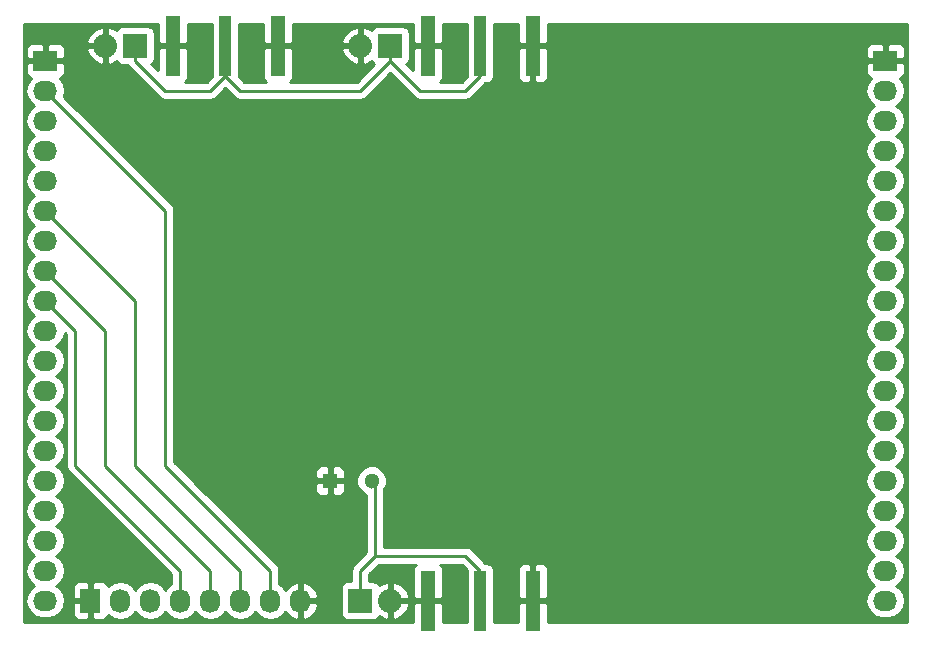
<source format=gbr>
G04 #@! TF.FileFunction,Copper,L1,Top,Signal*
%FSLAX46Y46*%
G04 Gerber Fmt 4.6, Leading zero omitted, Abs format (unit mm)*
G04 Created by KiCad (PCBNEW 4.0.3+e1-6302~38~ubuntu16.04.1-stable) date Fri Aug 26 17:26:24 2016*
%MOMM*%
%LPD*%
G01*
G04 APERTURE LIST*
%ADD10C,0.100000*%
%ADD11R,2.032000X2.032000*%
%ADD12O,2.032000X2.032000*%
%ADD13R,1.727200X2.032000*%
%ADD14O,1.727200X2.032000*%
%ADD15R,1.270000X5.080000*%
%ADD16R,1.016000X5.080000*%
%ADD17R,2.032000X1.727200*%
%ADD18O,2.032000X1.727200*%
%ADD19C,1.300000*%
%ADD20R,1.300000X1.300000*%
%ADD21C,0.250000*%
%ADD22C,0.254000*%
G04 APERTURE END LIST*
D10*
D11*
X87630000Y-134620000D03*
D12*
X90170000Y-134620000D03*
D13*
X64770000Y-134620000D03*
D14*
X67310000Y-134620000D03*
X69850000Y-134620000D03*
X72390000Y-134620000D03*
X74930000Y-134620000D03*
X77470000Y-134620000D03*
X80010000Y-134620000D03*
X82550000Y-134620000D03*
D15*
X93345000Y-134620000D03*
X102235000Y-134620000D03*
D16*
X97790000Y-134620000D03*
D11*
X68580000Y-87630000D03*
D12*
X66040000Y-87630000D03*
D11*
X90170000Y-87630000D03*
D12*
X87630000Y-87630000D03*
D15*
X102235000Y-87630000D03*
X93345000Y-87630000D03*
D16*
X97790000Y-87630000D03*
D15*
X80645000Y-87630000D03*
X71755000Y-87630000D03*
D16*
X76200000Y-87630000D03*
D17*
X132080000Y-88900000D03*
D18*
X132080000Y-91440000D03*
X132080000Y-93980000D03*
X132080000Y-96520000D03*
X132080000Y-99060000D03*
X132080000Y-101600000D03*
X132080000Y-104140000D03*
X132080000Y-106680000D03*
X132080000Y-109220000D03*
X132080000Y-111760000D03*
X132080000Y-114300000D03*
X132080000Y-116840000D03*
X132080000Y-119380000D03*
X132080000Y-121920000D03*
X132080000Y-124460000D03*
X132080000Y-127000000D03*
X132080000Y-129540000D03*
X132080000Y-132080000D03*
X132080000Y-134620000D03*
D17*
X60960000Y-88900000D03*
D18*
X60960000Y-91440000D03*
X60960000Y-93980000D03*
X60960000Y-96520000D03*
X60960000Y-99060000D03*
X60960000Y-101600000D03*
X60960000Y-104140000D03*
X60960000Y-106680000D03*
X60960000Y-109220000D03*
X60960000Y-111760000D03*
X60960000Y-114300000D03*
X60960000Y-116840000D03*
X60960000Y-119380000D03*
X60960000Y-121920000D03*
X60960000Y-124460000D03*
X60960000Y-127000000D03*
X60960000Y-129540000D03*
X60960000Y-132080000D03*
X60960000Y-134620000D03*
D19*
X88590000Y-124460000D03*
D20*
X85090000Y-124460000D03*
D21*
X60960000Y-91440000D02*
X71120000Y-101600000D01*
X71120000Y-101600000D02*
X71120000Y-123190000D01*
X71120000Y-123190000D02*
X80010000Y-132080000D01*
X80010000Y-132080000D02*
X80010000Y-134620000D01*
X60960000Y-101600000D02*
X68580000Y-109220000D01*
X68580000Y-109220000D02*
X68580000Y-123190000D01*
X68580000Y-123190000D02*
X77470000Y-132080000D01*
X77470000Y-132080000D02*
X77470000Y-134620000D01*
X60960000Y-106680000D02*
X64770000Y-110490000D01*
X64770000Y-110490000D02*
X66040000Y-111760000D01*
X66040000Y-111760000D02*
X66040000Y-123190000D01*
X66040000Y-123190000D02*
X74930000Y-132080000D01*
X74930000Y-132080000D02*
X74930000Y-134620000D01*
X72390000Y-132080000D02*
X72390000Y-134620000D01*
X63500000Y-123190000D02*
X72390000Y-132080000D01*
X63500000Y-111760000D02*
X63500000Y-123190000D01*
X60960000Y-109220000D02*
X63500000Y-111760000D01*
X96520000Y-91440000D02*
X97790000Y-90170000D01*
X92710000Y-91440000D02*
X96520000Y-91440000D01*
X76200000Y-90170000D02*
X77470000Y-91440000D01*
X77470000Y-91440000D02*
X87630000Y-91440000D01*
X71120000Y-91440000D02*
X74930000Y-91440000D01*
X74930000Y-91440000D02*
X76200000Y-90170000D01*
X90170000Y-87630000D02*
X90170000Y-88900000D01*
X90170000Y-88900000D02*
X92710000Y-91440000D01*
X97790000Y-90170000D02*
X97790000Y-87630000D01*
X76200000Y-87630000D02*
X76200000Y-90170000D01*
X87630000Y-91440000D02*
X90170000Y-88900000D01*
X68580000Y-87630000D02*
X68580000Y-88900000D01*
X68580000Y-88900000D02*
X71120000Y-91440000D01*
X88900000Y-130810000D02*
X88900000Y-124770000D01*
X88900000Y-124770000D02*
X88590000Y-124460000D01*
X87630000Y-134620000D02*
X87630000Y-132080000D01*
X96520000Y-130810000D02*
X97790000Y-132080000D01*
X88900000Y-130810000D02*
X96520000Y-130810000D01*
X87630000Y-132080000D02*
X88900000Y-130810000D01*
X97790000Y-132080000D02*
X97790000Y-134620000D01*
D22*
G36*
X70485000Y-87344250D02*
X70643750Y-87503000D01*
X71628000Y-87503000D01*
X71628000Y-87483000D01*
X71882000Y-87483000D01*
X71882000Y-87503000D01*
X72866250Y-87503000D01*
X73025000Y-87344250D01*
X73025000Y-85800000D01*
X75044560Y-85800000D01*
X75044560Y-90170000D01*
X75057330Y-90237868D01*
X74615198Y-90680000D01*
X72778025Y-90680000D01*
X72928327Y-90529699D01*
X73025000Y-90296310D01*
X73025000Y-87915750D01*
X72866250Y-87757000D01*
X71882000Y-87757000D01*
X71882000Y-87777000D01*
X71628000Y-87777000D01*
X71628000Y-87757000D01*
X70643750Y-87757000D01*
X70485000Y-87915750D01*
X70485000Y-89730198D01*
X69936366Y-89181564D01*
X70047441Y-89110090D01*
X70192431Y-88897890D01*
X70243440Y-88646000D01*
X70243440Y-86614000D01*
X70199162Y-86378683D01*
X70060090Y-86162559D01*
X69847890Y-86017569D01*
X69596000Y-85966560D01*
X67564000Y-85966560D01*
X67328683Y-86010838D01*
X67112559Y-86149910D01*
X67012144Y-86296872D01*
X67008379Y-86292812D01*
X66422946Y-86024017D01*
X66167000Y-86142633D01*
X66167000Y-87503000D01*
X66187000Y-87503000D01*
X66187000Y-87757000D01*
X66167000Y-87757000D01*
X66167000Y-89117367D01*
X66422946Y-89235983D01*
X67008379Y-88967188D01*
X67012934Y-88962276D01*
X67099910Y-89097441D01*
X67312110Y-89242431D01*
X67564000Y-89293440D01*
X67946408Y-89293440D01*
X68042599Y-89437401D01*
X70582599Y-91977401D01*
X70829160Y-92142148D01*
X70877414Y-92151746D01*
X71120000Y-92200000D01*
X74930000Y-92200000D01*
X75220839Y-92142148D01*
X75467401Y-91977401D01*
X76200000Y-91244802D01*
X76932599Y-91977401D01*
X77179160Y-92142148D01*
X77470000Y-92200000D01*
X87630000Y-92200000D01*
X87920839Y-92142148D01*
X88167401Y-91977401D01*
X90170000Y-89974802D01*
X92172599Y-91977401D01*
X92419160Y-92142148D01*
X92467414Y-92151746D01*
X92710000Y-92200000D01*
X96520000Y-92200000D01*
X96810839Y-92142148D01*
X97057401Y-91977401D01*
X97594802Y-91440000D01*
X130396655Y-91440000D01*
X130510729Y-92013489D01*
X130835585Y-92499670D01*
X131150366Y-92710000D01*
X130835585Y-92920330D01*
X130510729Y-93406511D01*
X130396655Y-93980000D01*
X130510729Y-94553489D01*
X130835585Y-95039670D01*
X131150366Y-95250000D01*
X130835585Y-95460330D01*
X130510729Y-95946511D01*
X130396655Y-96520000D01*
X130510729Y-97093489D01*
X130835585Y-97579670D01*
X131150366Y-97790000D01*
X130835585Y-98000330D01*
X130510729Y-98486511D01*
X130396655Y-99060000D01*
X130510729Y-99633489D01*
X130835585Y-100119670D01*
X131150366Y-100330000D01*
X130835585Y-100540330D01*
X130510729Y-101026511D01*
X130396655Y-101600000D01*
X130510729Y-102173489D01*
X130835585Y-102659670D01*
X131150366Y-102870000D01*
X130835585Y-103080330D01*
X130510729Y-103566511D01*
X130396655Y-104140000D01*
X130510729Y-104713489D01*
X130835585Y-105199670D01*
X131150366Y-105410000D01*
X130835585Y-105620330D01*
X130510729Y-106106511D01*
X130396655Y-106680000D01*
X130510729Y-107253489D01*
X130835585Y-107739670D01*
X131150366Y-107950000D01*
X130835585Y-108160330D01*
X130510729Y-108646511D01*
X130396655Y-109220000D01*
X130510729Y-109793489D01*
X130835585Y-110279670D01*
X131150366Y-110490000D01*
X130835585Y-110700330D01*
X130510729Y-111186511D01*
X130396655Y-111760000D01*
X130510729Y-112333489D01*
X130835585Y-112819670D01*
X131150366Y-113030000D01*
X130835585Y-113240330D01*
X130510729Y-113726511D01*
X130396655Y-114300000D01*
X130510729Y-114873489D01*
X130835585Y-115359670D01*
X131150366Y-115570000D01*
X130835585Y-115780330D01*
X130510729Y-116266511D01*
X130396655Y-116840000D01*
X130510729Y-117413489D01*
X130835585Y-117899670D01*
X131150366Y-118110000D01*
X130835585Y-118320330D01*
X130510729Y-118806511D01*
X130396655Y-119380000D01*
X130510729Y-119953489D01*
X130835585Y-120439670D01*
X131150366Y-120650000D01*
X130835585Y-120860330D01*
X130510729Y-121346511D01*
X130396655Y-121920000D01*
X130510729Y-122493489D01*
X130835585Y-122979670D01*
X131150366Y-123190000D01*
X130835585Y-123400330D01*
X130510729Y-123886511D01*
X130396655Y-124460000D01*
X130510729Y-125033489D01*
X130835585Y-125519670D01*
X131150366Y-125730000D01*
X130835585Y-125940330D01*
X130510729Y-126426511D01*
X130396655Y-127000000D01*
X130510729Y-127573489D01*
X130835585Y-128059670D01*
X131150366Y-128270000D01*
X130835585Y-128480330D01*
X130510729Y-128966511D01*
X130396655Y-129540000D01*
X130510729Y-130113489D01*
X130835585Y-130599670D01*
X131150366Y-130810000D01*
X130835585Y-131020330D01*
X130510729Y-131506511D01*
X130396655Y-132080000D01*
X130510729Y-132653489D01*
X130835585Y-133139670D01*
X131150366Y-133350000D01*
X130835585Y-133560330D01*
X130510729Y-134046511D01*
X130396655Y-134620000D01*
X130510729Y-135193489D01*
X130835585Y-135679670D01*
X131321766Y-136004526D01*
X131895255Y-136118600D01*
X132264745Y-136118600D01*
X132838234Y-136004526D01*
X133324415Y-135679670D01*
X133649271Y-135193489D01*
X133763345Y-134620000D01*
X133649271Y-134046511D01*
X133324415Y-133560330D01*
X133009634Y-133350000D01*
X133324415Y-133139670D01*
X133649271Y-132653489D01*
X133763345Y-132080000D01*
X133649271Y-131506511D01*
X133324415Y-131020330D01*
X133009634Y-130810000D01*
X133324415Y-130599670D01*
X133649271Y-130113489D01*
X133763345Y-129540000D01*
X133649271Y-128966511D01*
X133324415Y-128480330D01*
X133009634Y-128270000D01*
X133324415Y-128059670D01*
X133649271Y-127573489D01*
X133763345Y-127000000D01*
X133649271Y-126426511D01*
X133324415Y-125940330D01*
X133009634Y-125730000D01*
X133324415Y-125519670D01*
X133649271Y-125033489D01*
X133763345Y-124460000D01*
X133649271Y-123886511D01*
X133324415Y-123400330D01*
X133009634Y-123190000D01*
X133324415Y-122979670D01*
X133649271Y-122493489D01*
X133763345Y-121920000D01*
X133649271Y-121346511D01*
X133324415Y-120860330D01*
X133009634Y-120650000D01*
X133324415Y-120439670D01*
X133649271Y-119953489D01*
X133763345Y-119380000D01*
X133649271Y-118806511D01*
X133324415Y-118320330D01*
X133009634Y-118110000D01*
X133324415Y-117899670D01*
X133649271Y-117413489D01*
X133763345Y-116840000D01*
X133649271Y-116266511D01*
X133324415Y-115780330D01*
X133009634Y-115570000D01*
X133324415Y-115359670D01*
X133649271Y-114873489D01*
X133763345Y-114300000D01*
X133649271Y-113726511D01*
X133324415Y-113240330D01*
X133009634Y-113030000D01*
X133324415Y-112819670D01*
X133649271Y-112333489D01*
X133763345Y-111760000D01*
X133649271Y-111186511D01*
X133324415Y-110700330D01*
X133009634Y-110490000D01*
X133324415Y-110279670D01*
X133649271Y-109793489D01*
X133763345Y-109220000D01*
X133649271Y-108646511D01*
X133324415Y-108160330D01*
X133009634Y-107950000D01*
X133324415Y-107739670D01*
X133649271Y-107253489D01*
X133763345Y-106680000D01*
X133649271Y-106106511D01*
X133324415Y-105620330D01*
X133009634Y-105410000D01*
X133324415Y-105199670D01*
X133649271Y-104713489D01*
X133763345Y-104140000D01*
X133649271Y-103566511D01*
X133324415Y-103080330D01*
X133009634Y-102870000D01*
X133324415Y-102659670D01*
X133649271Y-102173489D01*
X133763345Y-101600000D01*
X133649271Y-101026511D01*
X133324415Y-100540330D01*
X133009634Y-100330000D01*
X133324415Y-100119670D01*
X133649271Y-99633489D01*
X133763345Y-99060000D01*
X133649271Y-98486511D01*
X133324415Y-98000330D01*
X133009634Y-97790000D01*
X133324415Y-97579670D01*
X133649271Y-97093489D01*
X133763345Y-96520000D01*
X133649271Y-95946511D01*
X133324415Y-95460330D01*
X133009634Y-95250000D01*
X133324415Y-95039670D01*
X133649271Y-94553489D01*
X133763345Y-93980000D01*
X133649271Y-93406511D01*
X133324415Y-92920330D01*
X133009634Y-92710000D01*
X133324415Y-92499670D01*
X133649271Y-92013489D01*
X133763345Y-91440000D01*
X133649271Y-90866511D01*
X133324415Y-90380330D01*
X133302220Y-90365500D01*
X133455699Y-90301927D01*
X133634327Y-90123298D01*
X133731000Y-89889909D01*
X133731000Y-89185750D01*
X133572250Y-89027000D01*
X132207000Y-89027000D01*
X132207000Y-89047000D01*
X131953000Y-89047000D01*
X131953000Y-89027000D01*
X130587750Y-89027000D01*
X130429000Y-89185750D01*
X130429000Y-89889909D01*
X130525673Y-90123298D01*
X130704301Y-90301927D01*
X130857780Y-90365500D01*
X130835585Y-90380330D01*
X130510729Y-90866511D01*
X130396655Y-91440000D01*
X97594802Y-91440000D01*
X98217362Y-90817440D01*
X98298000Y-90817440D01*
X98533317Y-90773162D01*
X98749441Y-90634090D01*
X98894431Y-90421890D01*
X98945440Y-90170000D01*
X98945440Y-87915750D01*
X100965000Y-87915750D01*
X100965000Y-90296310D01*
X101061673Y-90529699D01*
X101240302Y-90708327D01*
X101473691Y-90805000D01*
X101949250Y-90805000D01*
X102108000Y-90646250D01*
X102108000Y-87757000D01*
X102362000Y-87757000D01*
X102362000Y-90646250D01*
X102520750Y-90805000D01*
X102996309Y-90805000D01*
X103229698Y-90708327D01*
X103408327Y-90529699D01*
X103505000Y-90296310D01*
X103505000Y-87915750D01*
X103499341Y-87910091D01*
X130429000Y-87910091D01*
X130429000Y-88614250D01*
X130587750Y-88773000D01*
X131953000Y-88773000D01*
X131953000Y-87560150D01*
X132207000Y-87560150D01*
X132207000Y-88773000D01*
X133572250Y-88773000D01*
X133731000Y-88614250D01*
X133731000Y-87910091D01*
X133634327Y-87676702D01*
X133455699Y-87498073D01*
X133222310Y-87401400D01*
X132365750Y-87401400D01*
X132207000Y-87560150D01*
X131953000Y-87560150D01*
X131794250Y-87401400D01*
X130937690Y-87401400D01*
X130704301Y-87498073D01*
X130525673Y-87676702D01*
X130429000Y-87910091D01*
X103499341Y-87910091D01*
X103346250Y-87757000D01*
X102362000Y-87757000D01*
X102108000Y-87757000D01*
X101123750Y-87757000D01*
X100965000Y-87915750D01*
X98945440Y-87915750D01*
X98945440Y-85800000D01*
X100965000Y-85800000D01*
X100965000Y-87344250D01*
X101123750Y-87503000D01*
X102108000Y-87503000D01*
X102108000Y-87483000D01*
X102362000Y-87483000D01*
X102362000Y-87503000D01*
X103346250Y-87503000D01*
X103505000Y-87344250D01*
X103505000Y-85800000D01*
X133910000Y-85800000D01*
X133910000Y-136450000D01*
X103505000Y-136450000D01*
X103505000Y-134905750D01*
X103346250Y-134747000D01*
X102362000Y-134747000D01*
X102362000Y-134767000D01*
X102108000Y-134767000D01*
X102108000Y-134747000D01*
X101123750Y-134747000D01*
X100965000Y-134905750D01*
X100965000Y-136450000D01*
X98945440Y-136450000D01*
X98945440Y-132080000D01*
X98921674Y-131953690D01*
X100965000Y-131953690D01*
X100965000Y-134334250D01*
X101123750Y-134493000D01*
X102108000Y-134493000D01*
X102108000Y-131603750D01*
X102362000Y-131603750D01*
X102362000Y-134493000D01*
X103346250Y-134493000D01*
X103505000Y-134334250D01*
X103505000Y-131953690D01*
X103408327Y-131720301D01*
X103229698Y-131541673D01*
X102996309Y-131445000D01*
X102520750Y-131445000D01*
X102362000Y-131603750D01*
X102108000Y-131603750D01*
X101949250Y-131445000D01*
X101473691Y-131445000D01*
X101240302Y-131541673D01*
X101061673Y-131720301D01*
X100965000Y-131953690D01*
X98921674Y-131953690D01*
X98901162Y-131844683D01*
X98762090Y-131628559D01*
X98549890Y-131483569D01*
X98298000Y-131432560D01*
X98217362Y-131432560D01*
X97057401Y-130272599D01*
X96810839Y-130107852D01*
X96520000Y-130050000D01*
X89660000Y-130050000D01*
X89660000Y-125207547D01*
X89678735Y-125188845D01*
X89874777Y-124716724D01*
X89875223Y-124205519D01*
X89680005Y-123733057D01*
X89318845Y-123371265D01*
X88846724Y-123175223D01*
X88335519Y-123174777D01*
X87863057Y-123369995D01*
X87501265Y-123731155D01*
X87305223Y-124203276D01*
X87304777Y-124714481D01*
X87499995Y-125186943D01*
X87861155Y-125548735D01*
X88140000Y-125664522D01*
X88140000Y-130495198D01*
X87092599Y-131542599D01*
X86927852Y-131789161D01*
X86870000Y-132080000D01*
X86870000Y-132956560D01*
X86614000Y-132956560D01*
X86378683Y-133000838D01*
X86162559Y-133139910D01*
X86017569Y-133352110D01*
X85966560Y-133604000D01*
X85966560Y-135636000D01*
X86010838Y-135871317D01*
X86149910Y-136087441D01*
X86362110Y-136232431D01*
X86614000Y-136283440D01*
X88646000Y-136283440D01*
X88881317Y-136239162D01*
X89097441Y-136100090D01*
X89197856Y-135953128D01*
X89201621Y-135957188D01*
X89787054Y-136225983D01*
X90043000Y-136107367D01*
X90043000Y-134747000D01*
X90297000Y-134747000D01*
X90297000Y-136107367D01*
X90552946Y-136225983D01*
X91138379Y-135957188D01*
X91576385Y-135484818D01*
X91775975Y-135002944D01*
X91656836Y-134747000D01*
X90297000Y-134747000D01*
X90043000Y-134747000D01*
X90023000Y-134747000D01*
X90023000Y-134493000D01*
X90043000Y-134493000D01*
X90043000Y-133132633D01*
X90297000Y-133132633D01*
X90297000Y-134493000D01*
X91656836Y-134493000D01*
X91775975Y-134237056D01*
X91576385Y-133755182D01*
X91138379Y-133282812D01*
X90552946Y-133014017D01*
X90297000Y-133132633D01*
X90043000Y-133132633D01*
X89787054Y-133014017D01*
X89201621Y-133282812D01*
X89197066Y-133287724D01*
X89110090Y-133152559D01*
X88897890Y-133007569D01*
X88646000Y-132956560D01*
X88390000Y-132956560D01*
X88390000Y-132394802D01*
X89214802Y-131570000D01*
X92321975Y-131570000D01*
X92171673Y-131720301D01*
X92075000Y-131953690D01*
X92075000Y-134334250D01*
X92233750Y-134493000D01*
X93218000Y-134493000D01*
X93218000Y-134473000D01*
X93472000Y-134473000D01*
X93472000Y-134493000D01*
X94456250Y-134493000D01*
X94615000Y-134334250D01*
X94615000Y-131953690D01*
X94518327Y-131720301D01*
X94368025Y-131570000D01*
X96205198Y-131570000D01*
X96648140Y-132012942D01*
X96634560Y-132080000D01*
X96634560Y-136450000D01*
X94615000Y-136450000D01*
X94615000Y-134905750D01*
X94456250Y-134747000D01*
X93472000Y-134747000D01*
X93472000Y-134767000D01*
X93218000Y-134767000D01*
X93218000Y-134747000D01*
X92233750Y-134747000D01*
X92075000Y-134905750D01*
X92075000Y-136450000D01*
X59130000Y-136450000D01*
X59130000Y-91440000D01*
X59276655Y-91440000D01*
X59390729Y-92013489D01*
X59715585Y-92499670D01*
X60030366Y-92710000D01*
X59715585Y-92920330D01*
X59390729Y-93406511D01*
X59276655Y-93980000D01*
X59390729Y-94553489D01*
X59715585Y-95039670D01*
X60030366Y-95250000D01*
X59715585Y-95460330D01*
X59390729Y-95946511D01*
X59276655Y-96520000D01*
X59390729Y-97093489D01*
X59715585Y-97579670D01*
X60030366Y-97790000D01*
X59715585Y-98000330D01*
X59390729Y-98486511D01*
X59276655Y-99060000D01*
X59390729Y-99633489D01*
X59715585Y-100119670D01*
X60030366Y-100330000D01*
X59715585Y-100540330D01*
X59390729Y-101026511D01*
X59276655Y-101600000D01*
X59390729Y-102173489D01*
X59715585Y-102659670D01*
X60030366Y-102870000D01*
X59715585Y-103080330D01*
X59390729Y-103566511D01*
X59276655Y-104140000D01*
X59390729Y-104713489D01*
X59715585Y-105199670D01*
X60030366Y-105410000D01*
X59715585Y-105620330D01*
X59390729Y-106106511D01*
X59276655Y-106680000D01*
X59390729Y-107253489D01*
X59715585Y-107739670D01*
X60030366Y-107950000D01*
X59715585Y-108160330D01*
X59390729Y-108646511D01*
X59276655Y-109220000D01*
X59390729Y-109793489D01*
X59715585Y-110279670D01*
X60030366Y-110490000D01*
X59715585Y-110700330D01*
X59390729Y-111186511D01*
X59276655Y-111760000D01*
X59390729Y-112333489D01*
X59715585Y-112819670D01*
X60030366Y-113030000D01*
X59715585Y-113240330D01*
X59390729Y-113726511D01*
X59276655Y-114300000D01*
X59390729Y-114873489D01*
X59715585Y-115359670D01*
X60030366Y-115570000D01*
X59715585Y-115780330D01*
X59390729Y-116266511D01*
X59276655Y-116840000D01*
X59390729Y-117413489D01*
X59715585Y-117899670D01*
X60030366Y-118110000D01*
X59715585Y-118320330D01*
X59390729Y-118806511D01*
X59276655Y-119380000D01*
X59390729Y-119953489D01*
X59715585Y-120439670D01*
X60030366Y-120650000D01*
X59715585Y-120860330D01*
X59390729Y-121346511D01*
X59276655Y-121920000D01*
X59390729Y-122493489D01*
X59715585Y-122979670D01*
X60030366Y-123190000D01*
X59715585Y-123400330D01*
X59390729Y-123886511D01*
X59276655Y-124460000D01*
X59390729Y-125033489D01*
X59715585Y-125519670D01*
X60030366Y-125730000D01*
X59715585Y-125940330D01*
X59390729Y-126426511D01*
X59276655Y-127000000D01*
X59390729Y-127573489D01*
X59715585Y-128059670D01*
X60030366Y-128270000D01*
X59715585Y-128480330D01*
X59390729Y-128966511D01*
X59276655Y-129540000D01*
X59390729Y-130113489D01*
X59715585Y-130599670D01*
X60030366Y-130810000D01*
X59715585Y-131020330D01*
X59390729Y-131506511D01*
X59276655Y-132080000D01*
X59390729Y-132653489D01*
X59715585Y-133139670D01*
X60030366Y-133350000D01*
X59715585Y-133560330D01*
X59390729Y-134046511D01*
X59276655Y-134620000D01*
X59390729Y-135193489D01*
X59715585Y-135679670D01*
X60201766Y-136004526D01*
X60775255Y-136118600D01*
X61144745Y-136118600D01*
X61718234Y-136004526D01*
X62204415Y-135679670D01*
X62529271Y-135193489D01*
X62586505Y-134905750D01*
X63271400Y-134905750D01*
X63271400Y-135762310D01*
X63368073Y-135995699D01*
X63546702Y-136174327D01*
X63780091Y-136271000D01*
X64484250Y-136271000D01*
X64643000Y-136112250D01*
X64643000Y-134747000D01*
X63430150Y-134747000D01*
X63271400Y-134905750D01*
X62586505Y-134905750D01*
X62643345Y-134620000D01*
X62529271Y-134046511D01*
X62204415Y-133560330D01*
X62080736Y-133477690D01*
X63271400Y-133477690D01*
X63271400Y-134334250D01*
X63430150Y-134493000D01*
X64643000Y-134493000D01*
X64643000Y-133127750D01*
X64484250Y-132969000D01*
X63780091Y-132969000D01*
X63546702Y-133065673D01*
X63368073Y-133244301D01*
X63271400Y-133477690D01*
X62080736Y-133477690D01*
X61889634Y-133350000D01*
X62204415Y-133139670D01*
X62529271Y-132653489D01*
X62643345Y-132080000D01*
X62529271Y-131506511D01*
X62204415Y-131020330D01*
X61889634Y-130810000D01*
X62204415Y-130599670D01*
X62529271Y-130113489D01*
X62643345Y-129540000D01*
X62529271Y-128966511D01*
X62204415Y-128480330D01*
X61889634Y-128270000D01*
X62204415Y-128059670D01*
X62529271Y-127573489D01*
X62643345Y-127000000D01*
X62529271Y-126426511D01*
X62204415Y-125940330D01*
X61889634Y-125730000D01*
X62204415Y-125519670D01*
X62529271Y-125033489D01*
X62643345Y-124460000D01*
X62529271Y-123886511D01*
X62204415Y-123400330D01*
X61889634Y-123190000D01*
X62204415Y-122979670D01*
X62529271Y-122493489D01*
X62643345Y-121920000D01*
X62529271Y-121346511D01*
X62204415Y-120860330D01*
X61889634Y-120650000D01*
X62204415Y-120439670D01*
X62529271Y-119953489D01*
X62643345Y-119380000D01*
X62529271Y-118806511D01*
X62204415Y-118320330D01*
X61889634Y-118110000D01*
X62204415Y-117899670D01*
X62529271Y-117413489D01*
X62643345Y-116840000D01*
X62529271Y-116266511D01*
X62204415Y-115780330D01*
X61889634Y-115570000D01*
X62204415Y-115359670D01*
X62529271Y-114873489D01*
X62643345Y-114300000D01*
X62529271Y-113726511D01*
X62204415Y-113240330D01*
X61889634Y-113030000D01*
X62204415Y-112819670D01*
X62529271Y-112333489D01*
X62607152Y-111941954D01*
X62740000Y-112074802D01*
X62740000Y-123190000D01*
X62797852Y-123480839D01*
X62962599Y-123727401D01*
X71630000Y-132394802D01*
X71630000Y-133175352D01*
X71330330Y-133375585D01*
X71120000Y-133690366D01*
X70909670Y-133375585D01*
X70423489Y-133050729D01*
X69850000Y-132936655D01*
X69276511Y-133050729D01*
X68790330Y-133375585D01*
X68580000Y-133690366D01*
X68369670Y-133375585D01*
X67883489Y-133050729D01*
X67310000Y-132936655D01*
X66736511Y-133050729D01*
X66250330Y-133375585D01*
X66235500Y-133397780D01*
X66171927Y-133244301D01*
X65993298Y-133065673D01*
X65759909Y-132969000D01*
X65055750Y-132969000D01*
X64897000Y-133127750D01*
X64897000Y-134493000D01*
X64917000Y-134493000D01*
X64917000Y-134747000D01*
X64897000Y-134747000D01*
X64897000Y-136112250D01*
X65055750Y-136271000D01*
X65759909Y-136271000D01*
X65993298Y-136174327D01*
X66171927Y-135995699D01*
X66235500Y-135842220D01*
X66250330Y-135864415D01*
X66736511Y-136189271D01*
X67310000Y-136303345D01*
X67883489Y-136189271D01*
X68369670Y-135864415D01*
X68580000Y-135549634D01*
X68790330Y-135864415D01*
X69276511Y-136189271D01*
X69850000Y-136303345D01*
X70423489Y-136189271D01*
X70909670Y-135864415D01*
X71120000Y-135549634D01*
X71330330Y-135864415D01*
X71816511Y-136189271D01*
X72390000Y-136303345D01*
X72963489Y-136189271D01*
X73449670Y-135864415D01*
X73660000Y-135549634D01*
X73870330Y-135864415D01*
X74356511Y-136189271D01*
X74930000Y-136303345D01*
X75503489Y-136189271D01*
X75989670Y-135864415D01*
X76200000Y-135549634D01*
X76410330Y-135864415D01*
X76896511Y-136189271D01*
X77470000Y-136303345D01*
X78043489Y-136189271D01*
X78529670Y-135864415D01*
X78740000Y-135549634D01*
X78950330Y-135864415D01*
X79436511Y-136189271D01*
X80010000Y-136303345D01*
X80583489Y-136189271D01*
X81069670Y-135864415D01*
X81276461Y-135554931D01*
X81647964Y-135970732D01*
X82175209Y-136224709D01*
X82190974Y-136227358D01*
X82423000Y-136106217D01*
X82423000Y-134747000D01*
X82677000Y-134747000D01*
X82677000Y-136106217D01*
X82909026Y-136227358D01*
X82924791Y-136224709D01*
X83452036Y-135970732D01*
X83841954Y-135534320D01*
X84035184Y-134981913D01*
X83890924Y-134747000D01*
X82677000Y-134747000D01*
X82423000Y-134747000D01*
X82403000Y-134747000D01*
X82403000Y-134493000D01*
X82423000Y-134493000D01*
X82423000Y-133133783D01*
X82677000Y-133133783D01*
X82677000Y-134493000D01*
X83890924Y-134493000D01*
X84035184Y-134258087D01*
X83841954Y-133705680D01*
X83452036Y-133269268D01*
X82924791Y-133015291D01*
X82909026Y-133012642D01*
X82677000Y-133133783D01*
X82423000Y-133133783D01*
X82190974Y-133012642D01*
X82175209Y-133015291D01*
X81647964Y-133269268D01*
X81276461Y-133685069D01*
X81069670Y-133375585D01*
X80770000Y-133175352D01*
X80770000Y-132080000D01*
X80712148Y-131789161D01*
X80547401Y-131542599D01*
X73750552Y-124745750D01*
X83805000Y-124745750D01*
X83805000Y-125236310D01*
X83901673Y-125469699D01*
X84080302Y-125648327D01*
X84313691Y-125745000D01*
X84804250Y-125745000D01*
X84963000Y-125586250D01*
X84963000Y-124587000D01*
X85217000Y-124587000D01*
X85217000Y-125586250D01*
X85375750Y-125745000D01*
X85866309Y-125745000D01*
X86099698Y-125648327D01*
X86278327Y-125469699D01*
X86375000Y-125236310D01*
X86375000Y-124745750D01*
X86216250Y-124587000D01*
X85217000Y-124587000D01*
X84963000Y-124587000D01*
X83963750Y-124587000D01*
X83805000Y-124745750D01*
X73750552Y-124745750D01*
X72688492Y-123683690D01*
X83805000Y-123683690D01*
X83805000Y-124174250D01*
X83963750Y-124333000D01*
X84963000Y-124333000D01*
X84963000Y-123333750D01*
X85217000Y-123333750D01*
X85217000Y-124333000D01*
X86216250Y-124333000D01*
X86375000Y-124174250D01*
X86375000Y-123683690D01*
X86278327Y-123450301D01*
X86099698Y-123271673D01*
X85866309Y-123175000D01*
X85375750Y-123175000D01*
X85217000Y-123333750D01*
X84963000Y-123333750D01*
X84804250Y-123175000D01*
X84313691Y-123175000D01*
X84080302Y-123271673D01*
X83901673Y-123450301D01*
X83805000Y-123683690D01*
X72688492Y-123683690D01*
X71880000Y-122875198D01*
X71880000Y-101600000D01*
X71822148Y-101309161D01*
X71657401Y-101062599D01*
X62542381Y-91947579D01*
X62643345Y-91440000D01*
X62529271Y-90866511D01*
X62204415Y-90380330D01*
X62182220Y-90365500D01*
X62335699Y-90301927D01*
X62514327Y-90123298D01*
X62611000Y-89889909D01*
X62611000Y-89185750D01*
X62452250Y-89027000D01*
X61087000Y-89027000D01*
X61087000Y-89047000D01*
X60833000Y-89047000D01*
X60833000Y-89027000D01*
X59467750Y-89027000D01*
X59309000Y-89185750D01*
X59309000Y-89889909D01*
X59405673Y-90123298D01*
X59584301Y-90301927D01*
X59737780Y-90365500D01*
X59715585Y-90380330D01*
X59390729Y-90866511D01*
X59276655Y-91440000D01*
X59130000Y-91440000D01*
X59130000Y-87910091D01*
X59309000Y-87910091D01*
X59309000Y-88614250D01*
X59467750Y-88773000D01*
X60833000Y-88773000D01*
X60833000Y-87560150D01*
X61087000Y-87560150D01*
X61087000Y-88773000D01*
X62452250Y-88773000D01*
X62611000Y-88614250D01*
X62611000Y-88012944D01*
X64434025Y-88012944D01*
X64633615Y-88494818D01*
X65071621Y-88967188D01*
X65657054Y-89235983D01*
X65913000Y-89117367D01*
X65913000Y-87757000D01*
X64553164Y-87757000D01*
X64434025Y-88012944D01*
X62611000Y-88012944D01*
X62611000Y-87910091D01*
X62514327Y-87676702D01*
X62335699Y-87498073D01*
X62102310Y-87401400D01*
X61245750Y-87401400D01*
X61087000Y-87560150D01*
X60833000Y-87560150D01*
X60674250Y-87401400D01*
X59817690Y-87401400D01*
X59584301Y-87498073D01*
X59405673Y-87676702D01*
X59309000Y-87910091D01*
X59130000Y-87910091D01*
X59130000Y-87247056D01*
X64434025Y-87247056D01*
X64553164Y-87503000D01*
X65913000Y-87503000D01*
X65913000Y-86142633D01*
X65657054Y-86024017D01*
X65071621Y-86292812D01*
X64633615Y-86765182D01*
X64434025Y-87247056D01*
X59130000Y-87247056D01*
X59130000Y-85800000D01*
X70485000Y-85800000D01*
X70485000Y-87344250D01*
X70485000Y-87344250D01*
G37*
X70485000Y-87344250D02*
X70643750Y-87503000D01*
X71628000Y-87503000D01*
X71628000Y-87483000D01*
X71882000Y-87483000D01*
X71882000Y-87503000D01*
X72866250Y-87503000D01*
X73025000Y-87344250D01*
X73025000Y-85800000D01*
X75044560Y-85800000D01*
X75044560Y-90170000D01*
X75057330Y-90237868D01*
X74615198Y-90680000D01*
X72778025Y-90680000D01*
X72928327Y-90529699D01*
X73025000Y-90296310D01*
X73025000Y-87915750D01*
X72866250Y-87757000D01*
X71882000Y-87757000D01*
X71882000Y-87777000D01*
X71628000Y-87777000D01*
X71628000Y-87757000D01*
X70643750Y-87757000D01*
X70485000Y-87915750D01*
X70485000Y-89730198D01*
X69936366Y-89181564D01*
X70047441Y-89110090D01*
X70192431Y-88897890D01*
X70243440Y-88646000D01*
X70243440Y-86614000D01*
X70199162Y-86378683D01*
X70060090Y-86162559D01*
X69847890Y-86017569D01*
X69596000Y-85966560D01*
X67564000Y-85966560D01*
X67328683Y-86010838D01*
X67112559Y-86149910D01*
X67012144Y-86296872D01*
X67008379Y-86292812D01*
X66422946Y-86024017D01*
X66167000Y-86142633D01*
X66167000Y-87503000D01*
X66187000Y-87503000D01*
X66187000Y-87757000D01*
X66167000Y-87757000D01*
X66167000Y-89117367D01*
X66422946Y-89235983D01*
X67008379Y-88967188D01*
X67012934Y-88962276D01*
X67099910Y-89097441D01*
X67312110Y-89242431D01*
X67564000Y-89293440D01*
X67946408Y-89293440D01*
X68042599Y-89437401D01*
X70582599Y-91977401D01*
X70829160Y-92142148D01*
X70877414Y-92151746D01*
X71120000Y-92200000D01*
X74930000Y-92200000D01*
X75220839Y-92142148D01*
X75467401Y-91977401D01*
X76200000Y-91244802D01*
X76932599Y-91977401D01*
X77179160Y-92142148D01*
X77470000Y-92200000D01*
X87630000Y-92200000D01*
X87920839Y-92142148D01*
X88167401Y-91977401D01*
X90170000Y-89974802D01*
X92172599Y-91977401D01*
X92419160Y-92142148D01*
X92467414Y-92151746D01*
X92710000Y-92200000D01*
X96520000Y-92200000D01*
X96810839Y-92142148D01*
X97057401Y-91977401D01*
X97594802Y-91440000D01*
X130396655Y-91440000D01*
X130510729Y-92013489D01*
X130835585Y-92499670D01*
X131150366Y-92710000D01*
X130835585Y-92920330D01*
X130510729Y-93406511D01*
X130396655Y-93980000D01*
X130510729Y-94553489D01*
X130835585Y-95039670D01*
X131150366Y-95250000D01*
X130835585Y-95460330D01*
X130510729Y-95946511D01*
X130396655Y-96520000D01*
X130510729Y-97093489D01*
X130835585Y-97579670D01*
X131150366Y-97790000D01*
X130835585Y-98000330D01*
X130510729Y-98486511D01*
X130396655Y-99060000D01*
X130510729Y-99633489D01*
X130835585Y-100119670D01*
X131150366Y-100330000D01*
X130835585Y-100540330D01*
X130510729Y-101026511D01*
X130396655Y-101600000D01*
X130510729Y-102173489D01*
X130835585Y-102659670D01*
X131150366Y-102870000D01*
X130835585Y-103080330D01*
X130510729Y-103566511D01*
X130396655Y-104140000D01*
X130510729Y-104713489D01*
X130835585Y-105199670D01*
X131150366Y-105410000D01*
X130835585Y-105620330D01*
X130510729Y-106106511D01*
X130396655Y-106680000D01*
X130510729Y-107253489D01*
X130835585Y-107739670D01*
X131150366Y-107950000D01*
X130835585Y-108160330D01*
X130510729Y-108646511D01*
X130396655Y-109220000D01*
X130510729Y-109793489D01*
X130835585Y-110279670D01*
X131150366Y-110490000D01*
X130835585Y-110700330D01*
X130510729Y-111186511D01*
X130396655Y-111760000D01*
X130510729Y-112333489D01*
X130835585Y-112819670D01*
X131150366Y-113030000D01*
X130835585Y-113240330D01*
X130510729Y-113726511D01*
X130396655Y-114300000D01*
X130510729Y-114873489D01*
X130835585Y-115359670D01*
X131150366Y-115570000D01*
X130835585Y-115780330D01*
X130510729Y-116266511D01*
X130396655Y-116840000D01*
X130510729Y-117413489D01*
X130835585Y-117899670D01*
X131150366Y-118110000D01*
X130835585Y-118320330D01*
X130510729Y-118806511D01*
X130396655Y-119380000D01*
X130510729Y-119953489D01*
X130835585Y-120439670D01*
X131150366Y-120650000D01*
X130835585Y-120860330D01*
X130510729Y-121346511D01*
X130396655Y-121920000D01*
X130510729Y-122493489D01*
X130835585Y-122979670D01*
X131150366Y-123190000D01*
X130835585Y-123400330D01*
X130510729Y-123886511D01*
X130396655Y-124460000D01*
X130510729Y-125033489D01*
X130835585Y-125519670D01*
X131150366Y-125730000D01*
X130835585Y-125940330D01*
X130510729Y-126426511D01*
X130396655Y-127000000D01*
X130510729Y-127573489D01*
X130835585Y-128059670D01*
X131150366Y-128270000D01*
X130835585Y-128480330D01*
X130510729Y-128966511D01*
X130396655Y-129540000D01*
X130510729Y-130113489D01*
X130835585Y-130599670D01*
X131150366Y-130810000D01*
X130835585Y-131020330D01*
X130510729Y-131506511D01*
X130396655Y-132080000D01*
X130510729Y-132653489D01*
X130835585Y-133139670D01*
X131150366Y-133350000D01*
X130835585Y-133560330D01*
X130510729Y-134046511D01*
X130396655Y-134620000D01*
X130510729Y-135193489D01*
X130835585Y-135679670D01*
X131321766Y-136004526D01*
X131895255Y-136118600D01*
X132264745Y-136118600D01*
X132838234Y-136004526D01*
X133324415Y-135679670D01*
X133649271Y-135193489D01*
X133763345Y-134620000D01*
X133649271Y-134046511D01*
X133324415Y-133560330D01*
X133009634Y-133350000D01*
X133324415Y-133139670D01*
X133649271Y-132653489D01*
X133763345Y-132080000D01*
X133649271Y-131506511D01*
X133324415Y-131020330D01*
X133009634Y-130810000D01*
X133324415Y-130599670D01*
X133649271Y-130113489D01*
X133763345Y-129540000D01*
X133649271Y-128966511D01*
X133324415Y-128480330D01*
X133009634Y-128270000D01*
X133324415Y-128059670D01*
X133649271Y-127573489D01*
X133763345Y-127000000D01*
X133649271Y-126426511D01*
X133324415Y-125940330D01*
X133009634Y-125730000D01*
X133324415Y-125519670D01*
X133649271Y-125033489D01*
X133763345Y-124460000D01*
X133649271Y-123886511D01*
X133324415Y-123400330D01*
X133009634Y-123190000D01*
X133324415Y-122979670D01*
X133649271Y-122493489D01*
X133763345Y-121920000D01*
X133649271Y-121346511D01*
X133324415Y-120860330D01*
X133009634Y-120650000D01*
X133324415Y-120439670D01*
X133649271Y-119953489D01*
X133763345Y-119380000D01*
X133649271Y-118806511D01*
X133324415Y-118320330D01*
X133009634Y-118110000D01*
X133324415Y-117899670D01*
X133649271Y-117413489D01*
X133763345Y-116840000D01*
X133649271Y-116266511D01*
X133324415Y-115780330D01*
X133009634Y-115570000D01*
X133324415Y-115359670D01*
X133649271Y-114873489D01*
X133763345Y-114300000D01*
X133649271Y-113726511D01*
X133324415Y-113240330D01*
X133009634Y-113030000D01*
X133324415Y-112819670D01*
X133649271Y-112333489D01*
X133763345Y-111760000D01*
X133649271Y-111186511D01*
X133324415Y-110700330D01*
X133009634Y-110490000D01*
X133324415Y-110279670D01*
X133649271Y-109793489D01*
X133763345Y-109220000D01*
X133649271Y-108646511D01*
X133324415Y-108160330D01*
X133009634Y-107950000D01*
X133324415Y-107739670D01*
X133649271Y-107253489D01*
X133763345Y-106680000D01*
X133649271Y-106106511D01*
X133324415Y-105620330D01*
X133009634Y-105410000D01*
X133324415Y-105199670D01*
X133649271Y-104713489D01*
X133763345Y-104140000D01*
X133649271Y-103566511D01*
X133324415Y-103080330D01*
X133009634Y-102870000D01*
X133324415Y-102659670D01*
X133649271Y-102173489D01*
X133763345Y-101600000D01*
X133649271Y-101026511D01*
X133324415Y-100540330D01*
X133009634Y-100330000D01*
X133324415Y-100119670D01*
X133649271Y-99633489D01*
X133763345Y-99060000D01*
X133649271Y-98486511D01*
X133324415Y-98000330D01*
X133009634Y-97790000D01*
X133324415Y-97579670D01*
X133649271Y-97093489D01*
X133763345Y-96520000D01*
X133649271Y-95946511D01*
X133324415Y-95460330D01*
X133009634Y-95250000D01*
X133324415Y-95039670D01*
X133649271Y-94553489D01*
X133763345Y-93980000D01*
X133649271Y-93406511D01*
X133324415Y-92920330D01*
X133009634Y-92710000D01*
X133324415Y-92499670D01*
X133649271Y-92013489D01*
X133763345Y-91440000D01*
X133649271Y-90866511D01*
X133324415Y-90380330D01*
X133302220Y-90365500D01*
X133455699Y-90301927D01*
X133634327Y-90123298D01*
X133731000Y-89889909D01*
X133731000Y-89185750D01*
X133572250Y-89027000D01*
X132207000Y-89027000D01*
X132207000Y-89047000D01*
X131953000Y-89047000D01*
X131953000Y-89027000D01*
X130587750Y-89027000D01*
X130429000Y-89185750D01*
X130429000Y-89889909D01*
X130525673Y-90123298D01*
X130704301Y-90301927D01*
X130857780Y-90365500D01*
X130835585Y-90380330D01*
X130510729Y-90866511D01*
X130396655Y-91440000D01*
X97594802Y-91440000D01*
X98217362Y-90817440D01*
X98298000Y-90817440D01*
X98533317Y-90773162D01*
X98749441Y-90634090D01*
X98894431Y-90421890D01*
X98945440Y-90170000D01*
X98945440Y-87915750D01*
X100965000Y-87915750D01*
X100965000Y-90296310D01*
X101061673Y-90529699D01*
X101240302Y-90708327D01*
X101473691Y-90805000D01*
X101949250Y-90805000D01*
X102108000Y-90646250D01*
X102108000Y-87757000D01*
X102362000Y-87757000D01*
X102362000Y-90646250D01*
X102520750Y-90805000D01*
X102996309Y-90805000D01*
X103229698Y-90708327D01*
X103408327Y-90529699D01*
X103505000Y-90296310D01*
X103505000Y-87915750D01*
X103499341Y-87910091D01*
X130429000Y-87910091D01*
X130429000Y-88614250D01*
X130587750Y-88773000D01*
X131953000Y-88773000D01*
X131953000Y-87560150D01*
X132207000Y-87560150D01*
X132207000Y-88773000D01*
X133572250Y-88773000D01*
X133731000Y-88614250D01*
X133731000Y-87910091D01*
X133634327Y-87676702D01*
X133455699Y-87498073D01*
X133222310Y-87401400D01*
X132365750Y-87401400D01*
X132207000Y-87560150D01*
X131953000Y-87560150D01*
X131794250Y-87401400D01*
X130937690Y-87401400D01*
X130704301Y-87498073D01*
X130525673Y-87676702D01*
X130429000Y-87910091D01*
X103499341Y-87910091D01*
X103346250Y-87757000D01*
X102362000Y-87757000D01*
X102108000Y-87757000D01*
X101123750Y-87757000D01*
X100965000Y-87915750D01*
X98945440Y-87915750D01*
X98945440Y-85800000D01*
X100965000Y-85800000D01*
X100965000Y-87344250D01*
X101123750Y-87503000D01*
X102108000Y-87503000D01*
X102108000Y-87483000D01*
X102362000Y-87483000D01*
X102362000Y-87503000D01*
X103346250Y-87503000D01*
X103505000Y-87344250D01*
X103505000Y-85800000D01*
X133910000Y-85800000D01*
X133910000Y-136450000D01*
X103505000Y-136450000D01*
X103505000Y-134905750D01*
X103346250Y-134747000D01*
X102362000Y-134747000D01*
X102362000Y-134767000D01*
X102108000Y-134767000D01*
X102108000Y-134747000D01*
X101123750Y-134747000D01*
X100965000Y-134905750D01*
X100965000Y-136450000D01*
X98945440Y-136450000D01*
X98945440Y-132080000D01*
X98921674Y-131953690D01*
X100965000Y-131953690D01*
X100965000Y-134334250D01*
X101123750Y-134493000D01*
X102108000Y-134493000D01*
X102108000Y-131603750D01*
X102362000Y-131603750D01*
X102362000Y-134493000D01*
X103346250Y-134493000D01*
X103505000Y-134334250D01*
X103505000Y-131953690D01*
X103408327Y-131720301D01*
X103229698Y-131541673D01*
X102996309Y-131445000D01*
X102520750Y-131445000D01*
X102362000Y-131603750D01*
X102108000Y-131603750D01*
X101949250Y-131445000D01*
X101473691Y-131445000D01*
X101240302Y-131541673D01*
X101061673Y-131720301D01*
X100965000Y-131953690D01*
X98921674Y-131953690D01*
X98901162Y-131844683D01*
X98762090Y-131628559D01*
X98549890Y-131483569D01*
X98298000Y-131432560D01*
X98217362Y-131432560D01*
X97057401Y-130272599D01*
X96810839Y-130107852D01*
X96520000Y-130050000D01*
X89660000Y-130050000D01*
X89660000Y-125207547D01*
X89678735Y-125188845D01*
X89874777Y-124716724D01*
X89875223Y-124205519D01*
X89680005Y-123733057D01*
X89318845Y-123371265D01*
X88846724Y-123175223D01*
X88335519Y-123174777D01*
X87863057Y-123369995D01*
X87501265Y-123731155D01*
X87305223Y-124203276D01*
X87304777Y-124714481D01*
X87499995Y-125186943D01*
X87861155Y-125548735D01*
X88140000Y-125664522D01*
X88140000Y-130495198D01*
X87092599Y-131542599D01*
X86927852Y-131789161D01*
X86870000Y-132080000D01*
X86870000Y-132956560D01*
X86614000Y-132956560D01*
X86378683Y-133000838D01*
X86162559Y-133139910D01*
X86017569Y-133352110D01*
X85966560Y-133604000D01*
X85966560Y-135636000D01*
X86010838Y-135871317D01*
X86149910Y-136087441D01*
X86362110Y-136232431D01*
X86614000Y-136283440D01*
X88646000Y-136283440D01*
X88881317Y-136239162D01*
X89097441Y-136100090D01*
X89197856Y-135953128D01*
X89201621Y-135957188D01*
X89787054Y-136225983D01*
X90043000Y-136107367D01*
X90043000Y-134747000D01*
X90297000Y-134747000D01*
X90297000Y-136107367D01*
X90552946Y-136225983D01*
X91138379Y-135957188D01*
X91576385Y-135484818D01*
X91775975Y-135002944D01*
X91656836Y-134747000D01*
X90297000Y-134747000D01*
X90043000Y-134747000D01*
X90023000Y-134747000D01*
X90023000Y-134493000D01*
X90043000Y-134493000D01*
X90043000Y-133132633D01*
X90297000Y-133132633D01*
X90297000Y-134493000D01*
X91656836Y-134493000D01*
X91775975Y-134237056D01*
X91576385Y-133755182D01*
X91138379Y-133282812D01*
X90552946Y-133014017D01*
X90297000Y-133132633D01*
X90043000Y-133132633D01*
X89787054Y-133014017D01*
X89201621Y-133282812D01*
X89197066Y-133287724D01*
X89110090Y-133152559D01*
X88897890Y-133007569D01*
X88646000Y-132956560D01*
X88390000Y-132956560D01*
X88390000Y-132394802D01*
X89214802Y-131570000D01*
X92321975Y-131570000D01*
X92171673Y-131720301D01*
X92075000Y-131953690D01*
X92075000Y-134334250D01*
X92233750Y-134493000D01*
X93218000Y-134493000D01*
X93218000Y-134473000D01*
X93472000Y-134473000D01*
X93472000Y-134493000D01*
X94456250Y-134493000D01*
X94615000Y-134334250D01*
X94615000Y-131953690D01*
X94518327Y-131720301D01*
X94368025Y-131570000D01*
X96205198Y-131570000D01*
X96648140Y-132012942D01*
X96634560Y-132080000D01*
X96634560Y-136450000D01*
X94615000Y-136450000D01*
X94615000Y-134905750D01*
X94456250Y-134747000D01*
X93472000Y-134747000D01*
X93472000Y-134767000D01*
X93218000Y-134767000D01*
X93218000Y-134747000D01*
X92233750Y-134747000D01*
X92075000Y-134905750D01*
X92075000Y-136450000D01*
X59130000Y-136450000D01*
X59130000Y-91440000D01*
X59276655Y-91440000D01*
X59390729Y-92013489D01*
X59715585Y-92499670D01*
X60030366Y-92710000D01*
X59715585Y-92920330D01*
X59390729Y-93406511D01*
X59276655Y-93980000D01*
X59390729Y-94553489D01*
X59715585Y-95039670D01*
X60030366Y-95250000D01*
X59715585Y-95460330D01*
X59390729Y-95946511D01*
X59276655Y-96520000D01*
X59390729Y-97093489D01*
X59715585Y-97579670D01*
X60030366Y-97790000D01*
X59715585Y-98000330D01*
X59390729Y-98486511D01*
X59276655Y-99060000D01*
X59390729Y-99633489D01*
X59715585Y-100119670D01*
X60030366Y-100330000D01*
X59715585Y-100540330D01*
X59390729Y-101026511D01*
X59276655Y-101600000D01*
X59390729Y-102173489D01*
X59715585Y-102659670D01*
X60030366Y-102870000D01*
X59715585Y-103080330D01*
X59390729Y-103566511D01*
X59276655Y-104140000D01*
X59390729Y-104713489D01*
X59715585Y-105199670D01*
X60030366Y-105410000D01*
X59715585Y-105620330D01*
X59390729Y-106106511D01*
X59276655Y-106680000D01*
X59390729Y-107253489D01*
X59715585Y-107739670D01*
X60030366Y-107950000D01*
X59715585Y-108160330D01*
X59390729Y-108646511D01*
X59276655Y-109220000D01*
X59390729Y-109793489D01*
X59715585Y-110279670D01*
X60030366Y-110490000D01*
X59715585Y-110700330D01*
X59390729Y-111186511D01*
X59276655Y-111760000D01*
X59390729Y-112333489D01*
X59715585Y-112819670D01*
X60030366Y-113030000D01*
X59715585Y-113240330D01*
X59390729Y-113726511D01*
X59276655Y-114300000D01*
X59390729Y-114873489D01*
X59715585Y-115359670D01*
X60030366Y-115570000D01*
X59715585Y-115780330D01*
X59390729Y-116266511D01*
X59276655Y-116840000D01*
X59390729Y-117413489D01*
X59715585Y-117899670D01*
X60030366Y-118110000D01*
X59715585Y-118320330D01*
X59390729Y-118806511D01*
X59276655Y-119380000D01*
X59390729Y-119953489D01*
X59715585Y-120439670D01*
X60030366Y-120650000D01*
X59715585Y-120860330D01*
X59390729Y-121346511D01*
X59276655Y-121920000D01*
X59390729Y-122493489D01*
X59715585Y-122979670D01*
X60030366Y-123190000D01*
X59715585Y-123400330D01*
X59390729Y-123886511D01*
X59276655Y-124460000D01*
X59390729Y-125033489D01*
X59715585Y-125519670D01*
X60030366Y-125730000D01*
X59715585Y-125940330D01*
X59390729Y-126426511D01*
X59276655Y-127000000D01*
X59390729Y-127573489D01*
X59715585Y-128059670D01*
X60030366Y-128270000D01*
X59715585Y-128480330D01*
X59390729Y-128966511D01*
X59276655Y-129540000D01*
X59390729Y-130113489D01*
X59715585Y-130599670D01*
X60030366Y-130810000D01*
X59715585Y-131020330D01*
X59390729Y-131506511D01*
X59276655Y-132080000D01*
X59390729Y-132653489D01*
X59715585Y-133139670D01*
X60030366Y-133350000D01*
X59715585Y-133560330D01*
X59390729Y-134046511D01*
X59276655Y-134620000D01*
X59390729Y-135193489D01*
X59715585Y-135679670D01*
X60201766Y-136004526D01*
X60775255Y-136118600D01*
X61144745Y-136118600D01*
X61718234Y-136004526D01*
X62204415Y-135679670D01*
X62529271Y-135193489D01*
X62586505Y-134905750D01*
X63271400Y-134905750D01*
X63271400Y-135762310D01*
X63368073Y-135995699D01*
X63546702Y-136174327D01*
X63780091Y-136271000D01*
X64484250Y-136271000D01*
X64643000Y-136112250D01*
X64643000Y-134747000D01*
X63430150Y-134747000D01*
X63271400Y-134905750D01*
X62586505Y-134905750D01*
X62643345Y-134620000D01*
X62529271Y-134046511D01*
X62204415Y-133560330D01*
X62080736Y-133477690D01*
X63271400Y-133477690D01*
X63271400Y-134334250D01*
X63430150Y-134493000D01*
X64643000Y-134493000D01*
X64643000Y-133127750D01*
X64484250Y-132969000D01*
X63780091Y-132969000D01*
X63546702Y-133065673D01*
X63368073Y-133244301D01*
X63271400Y-133477690D01*
X62080736Y-133477690D01*
X61889634Y-133350000D01*
X62204415Y-133139670D01*
X62529271Y-132653489D01*
X62643345Y-132080000D01*
X62529271Y-131506511D01*
X62204415Y-131020330D01*
X61889634Y-130810000D01*
X62204415Y-130599670D01*
X62529271Y-130113489D01*
X62643345Y-129540000D01*
X62529271Y-128966511D01*
X62204415Y-128480330D01*
X61889634Y-128270000D01*
X62204415Y-128059670D01*
X62529271Y-127573489D01*
X62643345Y-127000000D01*
X62529271Y-126426511D01*
X62204415Y-125940330D01*
X61889634Y-125730000D01*
X62204415Y-125519670D01*
X62529271Y-125033489D01*
X62643345Y-124460000D01*
X62529271Y-123886511D01*
X62204415Y-123400330D01*
X61889634Y-123190000D01*
X62204415Y-122979670D01*
X62529271Y-122493489D01*
X62643345Y-121920000D01*
X62529271Y-121346511D01*
X62204415Y-120860330D01*
X61889634Y-120650000D01*
X62204415Y-120439670D01*
X62529271Y-119953489D01*
X62643345Y-119380000D01*
X62529271Y-118806511D01*
X62204415Y-118320330D01*
X61889634Y-118110000D01*
X62204415Y-117899670D01*
X62529271Y-117413489D01*
X62643345Y-116840000D01*
X62529271Y-116266511D01*
X62204415Y-115780330D01*
X61889634Y-115570000D01*
X62204415Y-115359670D01*
X62529271Y-114873489D01*
X62643345Y-114300000D01*
X62529271Y-113726511D01*
X62204415Y-113240330D01*
X61889634Y-113030000D01*
X62204415Y-112819670D01*
X62529271Y-112333489D01*
X62607152Y-111941954D01*
X62740000Y-112074802D01*
X62740000Y-123190000D01*
X62797852Y-123480839D01*
X62962599Y-123727401D01*
X71630000Y-132394802D01*
X71630000Y-133175352D01*
X71330330Y-133375585D01*
X71120000Y-133690366D01*
X70909670Y-133375585D01*
X70423489Y-133050729D01*
X69850000Y-132936655D01*
X69276511Y-133050729D01*
X68790330Y-133375585D01*
X68580000Y-133690366D01*
X68369670Y-133375585D01*
X67883489Y-133050729D01*
X67310000Y-132936655D01*
X66736511Y-133050729D01*
X66250330Y-133375585D01*
X66235500Y-133397780D01*
X66171927Y-133244301D01*
X65993298Y-133065673D01*
X65759909Y-132969000D01*
X65055750Y-132969000D01*
X64897000Y-133127750D01*
X64897000Y-134493000D01*
X64917000Y-134493000D01*
X64917000Y-134747000D01*
X64897000Y-134747000D01*
X64897000Y-136112250D01*
X65055750Y-136271000D01*
X65759909Y-136271000D01*
X65993298Y-136174327D01*
X66171927Y-135995699D01*
X66235500Y-135842220D01*
X66250330Y-135864415D01*
X66736511Y-136189271D01*
X67310000Y-136303345D01*
X67883489Y-136189271D01*
X68369670Y-135864415D01*
X68580000Y-135549634D01*
X68790330Y-135864415D01*
X69276511Y-136189271D01*
X69850000Y-136303345D01*
X70423489Y-136189271D01*
X70909670Y-135864415D01*
X71120000Y-135549634D01*
X71330330Y-135864415D01*
X71816511Y-136189271D01*
X72390000Y-136303345D01*
X72963489Y-136189271D01*
X73449670Y-135864415D01*
X73660000Y-135549634D01*
X73870330Y-135864415D01*
X74356511Y-136189271D01*
X74930000Y-136303345D01*
X75503489Y-136189271D01*
X75989670Y-135864415D01*
X76200000Y-135549634D01*
X76410330Y-135864415D01*
X76896511Y-136189271D01*
X77470000Y-136303345D01*
X78043489Y-136189271D01*
X78529670Y-135864415D01*
X78740000Y-135549634D01*
X78950330Y-135864415D01*
X79436511Y-136189271D01*
X80010000Y-136303345D01*
X80583489Y-136189271D01*
X81069670Y-135864415D01*
X81276461Y-135554931D01*
X81647964Y-135970732D01*
X82175209Y-136224709D01*
X82190974Y-136227358D01*
X82423000Y-136106217D01*
X82423000Y-134747000D01*
X82677000Y-134747000D01*
X82677000Y-136106217D01*
X82909026Y-136227358D01*
X82924791Y-136224709D01*
X83452036Y-135970732D01*
X83841954Y-135534320D01*
X84035184Y-134981913D01*
X83890924Y-134747000D01*
X82677000Y-134747000D01*
X82423000Y-134747000D01*
X82403000Y-134747000D01*
X82403000Y-134493000D01*
X82423000Y-134493000D01*
X82423000Y-133133783D01*
X82677000Y-133133783D01*
X82677000Y-134493000D01*
X83890924Y-134493000D01*
X84035184Y-134258087D01*
X83841954Y-133705680D01*
X83452036Y-133269268D01*
X82924791Y-133015291D01*
X82909026Y-133012642D01*
X82677000Y-133133783D01*
X82423000Y-133133783D01*
X82190974Y-133012642D01*
X82175209Y-133015291D01*
X81647964Y-133269268D01*
X81276461Y-133685069D01*
X81069670Y-133375585D01*
X80770000Y-133175352D01*
X80770000Y-132080000D01*
X80712148Y-131789161D01*
X80547401Y-131542599D01*
X73750552Y-124745750D01*
X83805000Y-124745750D01*
X83805000Y-125236310D01*
X83901673Y-125469699D01*
X84080302Y-125648327D01*
X84313691Y-125745000D01*
X84804250Y-125745000D01*
X84963000Y-125586250D01*
X84963000Y-124587000D01*
X85217000Y-124587000D01*
X85217000Y-125586250D01*
X85375750Y-125745000D01*
X85866309Y-125745000D01*
X86099698Y-125648327D01*
X86278327Y-125469699D01*
X86375000Y-125236310D01*
X86375000Y-124745750D01*
X86216250Y-124587000D01*
X85217000Y-124587000D01*
X84963000Y-124587000D01*
X83963750Y-124587000D01*
X83805000Y-124745750D01*
X73750552Y-124745750D01*
X72688492Y-123683690D01*
X83805000Y-123683690D01*
X83805000Y-124174250D01*
X83963750Y-124333000D01*
X84963000Y-124333000D01*
X84963000Y-123333750D01*
X85217000Y-123333750D01*
X85217000Y-124333000D01*
X86216250Y-124333000D01*
X86375000Y-124174250D01*
X86375000Y-123683690D01*
X86278327Y-123450301D01*
X86099698Y-123271673D01*
X85866309Y-123175000D01*
X85375750Y-123175000D01*
X85217000Y-123333750D01*
X84963000Y-123333750D01*
X84804250Y-123175000D01*
X84313691Y-123175000D01*
X84080302Y-123271673D01*
X83901673Y-123450301D01*
X83805000Y-123683690D01*
X72688492Y-123683690D01*
X71880000Y-122875198D01*
X71880000Y-101600000D01*
X71822148Y-101309161D01*
X71657401Y-101062599D01*
X62542381Y-91947579D01*
X62643345Y-91440000D01*
X62529271Y-90866511D01*
X62204415Y-90380330D01*
X62182220Y-90365500D01*
X62335699Y-90301927D01*
X62514327Y-90123298D01*
X62611000Y-89889909D01*
X62611000Y-89185750D01*
X62452250Y-89027000D01*
X61087000Y-89027000D01*
X61087000Y-89047000D01*
X60833000Y-89047000D01*
X60833000Y-89027000D01*
X59467750Y-89027000D01*
X59309000Y-89185750D01*
X59309000Y-89889909D01*
X59405673Y-90123298D01*
X59584301Y-90301927D01*
X59737780Y-90365500D01*
X59715585Y-90380330D01*
X59390729Y-90866511D01*
X59276655Y-91440000D01*
X59130000Y-91440000D01*
X59130000Y-87910091D01*
X59309000Y-87910091D01*
X59309000Y-88614250D01*
X59467750Y-88773000D01*
X60833000Y-88773000D01*
X60833000Y-87560150D01*
X61087000Y-87560150D01*
X61087000Y-88773000D01*
X62452250Y-88773000D01*
X62611000Y-88614250D01*
X62611000Y-88012944D01*
X64434025Y-88012944D01*
X64633615Y-88494818D01*
X65071621Y-88967188D01*
X65657054Y-89235983D01*
X65913000Y-89117367D01*
X65913000Y-87757000D01*
X64553164Y-87757000D01*
X64434025Y-88012944D01*
X62611000Y-88012944D01*
X62611000Y-87910091D01*
X62514327Y-87676702D01*
X62335699Y-87498073D01*
X62102310Y-87401400D01*
X61245750Y-87401400D01*
X61087000Y-87560150D01*
X60833000Y-87560150D01*
X60674250Y-87401400D01*
X59817690Y-87401400D01*
X59584301Y-87498073D01*
X59405673Y-87676702D01*
X59309000Y-87910091D01*
X59130000Y-87910091D01*
X59130000Y-87247056D01*
X64434025Y-87247056D01*
X64553164Y-87503000D01*
X65913000Y-87503000D01*
X65913000Y-86142633D01*
X65657054Y-86024017D01*
X65071621Y-86292812D01*
X64633615Y-86765182D01*
X64434025Y-87247056D01*
X59130000Y-87247056D01*
X59130000Y-85800000D01*
X70485000Y-85800000D01*
X70485000Y-87344250D01*
G36*
X79375000Y-87344250D02*
X79533750Y-87503000D01*
X80518000Y-87503000D01*
X80518000Y-87483000D01*
X80772000Y-87483000D01*
X80772000Y-87503000D01*
X81756250Y-87503000D01*
X81915000Y-87344250D01*
X81915000Y-87247056D01*
X86024025Y-87247056D01*
X86143164Y-87503000D01*
X87503000Y-87503000D01*
X87503000Y-86142633D01*
X87247054Y-86024017D01*
X86661621Y-86292812D01*
X86223615Y-86765182D01*
X86024025Y-87247056D01*
X81915000Y-87247056D01*
X81915000Y-85800000D01*
X92075000Y-85800000D01*
X92075000Y-87344250D01*
X92233750Y-87503000D01*
X93218000Y-87503000D01*
X93218000Y-87483000D01*
X93472000Y-87483000D01*
X93472000Y-87503000D01*
X94456250Y-87503000D01*
X94615000Y-87344250D01*
X94615000Y-85800000D01*
X96634560Y-85800000D01*
X96634560Y-90170000D01*
X96647330Y-90237868D01*
X96205198Y-90680000D01*
X94368025Y-90680000D01*
X94518327Y-90529699D01*
X94615000Y-90296310D01*
X94615000Y-87915750D01*
X94456250Y-87757000D01*
X93472000Y-87757000D01*
X93472000Y-87777000D01*
X93218000Y-87777000D01*
X93218000Y-87757000D01*
X92233750Y-87757000D01*
X92075000Y-87915750D01*
X92075000Y-89730198D01*
X91526366Y-89181564D01*
X91637441Y-89110090D01*
X91782431Y-88897890D01*
X91833440Y-88646000D01*
X91833440Y-86614000D01*
X91789162Y-86378683D01*
X91650090Y-86162559D01*
X91437890Y-86017569D01*
X91186000Y-85966560D01*
X89154000Y-85966560D01*
X88918683Y-86010838D01*
X88702559Y-86149910D01*
X88602144Y-86296872D01*
X88598379Y-86292812D01*
X88012946Y-86024017D01*
X87757000Y-86142633D01*
X87757000Y-87503000D01*
X87777000Y-87503000D01*
X87777000Y-87757000D01*
X87757000Y-87757000D01*
X87757000Y-89117367D01*
X88012946Y-89235983D01*
X88598379Y-88967188D01*
X88602934Y-88962276D01*
X88689910Y-89097441D01*
X88813388Y-89181810D01*
X87315198Y-90680000D01*
X81668025Y-90680000D01*
X81818327Y-90529699D01*
X81915000Y-90296310D01*
X81915000Y-88012944D01*
X86024025Y-88012944D01*
X86223615Y-88494818D01*
X86661621Y-88967188D01*
X87247054Y-89235983D01*
X87503000Y-89117367D01*
X87503000Y-87757000D01*
X86143164Y-87757000D01*
X86024025Y-88012944D01*
X81915000Y-88012944D01*
X81915000Y-87915750D01*
X81756250Y-87757000D01*
X80772000Y-87757000D01*
X80772000Y-87777000D01*
X80518000Y-87777000D01*
X80518000Y-87757000D01*
X79533750Y-87757000D01*
X79375000Y-87915750D01*
X79375000Y-90296310D01*
X79471673Y-90529699D01*
X79621975Y-90680000D01*
X77784802Y-90680000D01*
X77341860Y-90237058D01*
X77355440Y-90170000D01*
X77355440Y-85800000D01*
X79375000Y-85800000D01*
X79375000Y-87344250D01*
X79375000Y-87344250D01*
G37*
X79375000Y-87344250D02*
X79533750Y-87503000D01*
X80518000Y-87503000D01*
X80518000Y-87483000D01*
X80772000Y-87483000D01*
X80772000Y-87503000D01*
X81756250Y-87503000D01*
X81915000Y-87344250D01*
X81915000Y-87247056D01*
X86024025Y-87247056D01*
X86143164Y-87503000D01*
X87503000Y-87503000D01*
X87503000Y-86142633D01*
X87247054Y-86024017D01*
X86661621Y-86292812D01*
X86223615Y-86765182D01*
X86024025Y-87247056D01*
X81915000Y-87247056D01*
X81915000Y-85800000D01*
X92075000Y-85800000D01*
X92075000Y-87344250D01*
X92233750Y-87503000D01*
X93218000Y-87503000D01*
X93218000Y-87483000D01*
X93472000Y-87483000D01*
X93472000Y-87503000D01*
X94456250Y-87503000D01*
X94615000Y-87344250D01*
X94615000Y-85800000D01*
X96634560Y-85800000D01*
X96634560Y-90170000D01*
X96647330Y-90237868D01*
X96205198Y-90680000D01*
X94368025Y-90680000D01*
X94518327Y-90529699D01*
X94615000Y-90296310D01*
X94615000Y-87915750D01*
X94456250Y-87757000D01*
X93472000Y-87757000D01*
X93472000Y-87777000D01*
X93218000Y-87777000D01*
X93218000Y-87757000D01*
X92233750Y-87757000D01*
X92075000Y-87915750D01*
X92075000Y-89730198D01*
X91526366Y-89181564D01*
X91637441Y-89110090D01*
X91782431Y-88897890D01*
X91833440Y-88646000D01*
X91833440Y-86614000D01*
X91789162Y-86378683D01*
X91650090Y-86162559D01*
X91437890Y-86017569D01*
X91186000Y-85966560D01*
X89154000Y-85966560D01*
X88918683Y-86010838D01*
X88702559Y-86149910D01*
X88602144Y-86296872D01*
X88598379Y-86292812D01*
X88012946Y-86024017D01*
X87757000Y-86142633D01*
X87757000Y-87503000D01*
X87777000Y-87503000D01*
X87777000Y-87757000D01*
X87757000Y-87757000D01*
X87757000Y-89117367D01*
X88012946Y-89235983D01*
X88598379Y-88967188D01*
X88602934Y-88962276D01*
X88689910Y-89097441D01*
X88813388Y-89181810D01*
X87315198Y-90680000D01*
X81668025Y-90680000D01*
X81818327Y-90529699D01*
X81915000Y-90296310D01*
X81915000Y-88012944D01*
X86024025Y-88012944D01*
X86223615Y-88494818D01*
X86661621Y-88967188D01*
X87247054Y-89235983D01*
X87503000Y-89117367D01*
X87503000Y-87757000D01*
X86143164Y-87757000D01*
X86024025Y-88012944D01*
X81915000Y-88012944D01*
X81915000Y-87915750D01*
X81756250Y-87757000D01*
X80772000Y-87757000D01*
X80772000Y-87777000D01*
X80518000Y-87777000D01*
X80518000Y-87757000D01*
X79533750Y-87757000D01*
X79375000Y-87915750D01*
X79375000Y-90296310D01*
X79471673Y-90529699D01*
X79621975Y-90680000D01*
X77784802Y-90680000D01*
X77341860Y-90237058D01*
X77355440Y-90170000D01*
X77355440Y-85800000D01*
X79375000Y-85800000D01*
X79375000Y-87344250D01*
M02*

</source>
